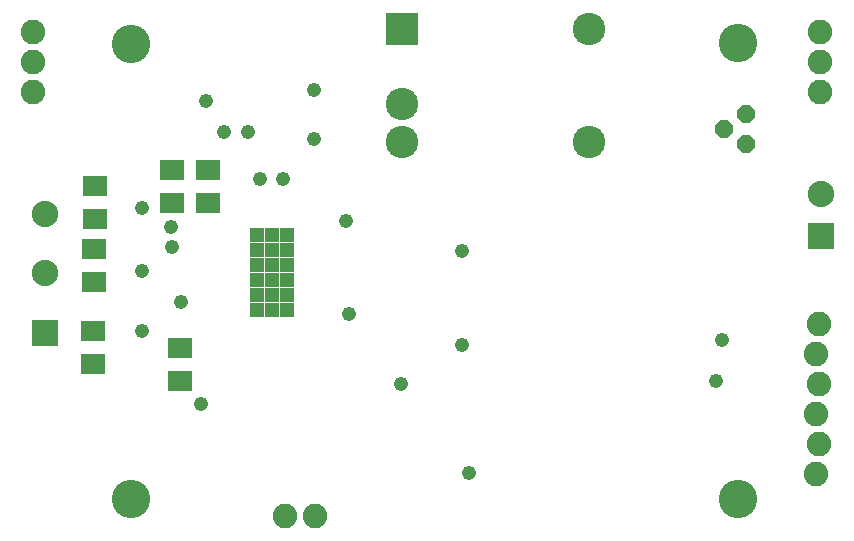
<source format=gbs>
G75*
G70*
%OFA0B0*%
%FSLAX24Y24*%
%IPPOS*%
%LPD*%
%AMOC8*
5,1,8,0,0,1.08239X$1,22.5*
%
%ADD10C,0.1080*%
%ADD11R,0.1080X0.1080*%
%ADD12R,0.0880X0.0880*%
%ADD13C,0.0880*%
%ADD14C,0.0820*%
%ADD15R,0.0477X0.0477*%
%ADD16OC8,0.0600*%
%ADD17R,0.0789X0.0710*%
%ADD18C,0.1280*%
%ADD19C,0.0476*%
D10*
X013801Y013964D03*
X013801Y015214D03*
X020051Y013964D03*
X020051Y017714D03*
D11*
X013801Y017714D03*
D12*
X027770Y010825D03*
X001896Y007600D03*
D13*
X001896Y009569D03*
X001896Y011537D03*
X027770Y012203D03*
D14*
X027726Y015632D03*
X027726Y016632D03*
X027726Y017632D03*
X027697Y007899D03*
X027597Y006899D03*
X027697Y005899D03*
X027597Y004899D03*
X027697Y003899D03*
X027597Y002899D03*
X010907Y001490D03*
X009907Y001490D03*
X001490Y015608D03*
X001490Y016608D03*
X001490Y017608D03*
D15*
X008970Y010850D03*
X008970Y010350D03*
X009470Y010350D03*
X009970Y010350D03*
X009970Y010850D03*
X009470Y010850D03*
X009470Y009850D03*
X009970Y009850D03*
X009970Y009350D03*
X009470Y009350D03*
X008970Y009350D03*
X008970Y008850D03*
X009470Y008850D03*
X009970Y008850D03*
X009970Y008350D03*
X009470Y008350D03*
X008970Y008350D03*
X008970Y009850D03*
D16*
X024520Y014380D03*
X025270Y014880D03*
X025270Y013880D03*
D17*
X007321Y013014D03*
X006120Y013021D03*
X006120Y011919D03*
X007321Y011911D03*
X003569Y011396D03*
X003549Y010372D03*
X003549Y009270D03*
X003510Y007644D03*
X003510Y006541D03*
X006403Y007084D03*
X006403Y005982D03*
X003569Y012498D03*
D18*
X004766Y002053D03*
X025002Y002053D03*
X025002Y017234D03*
X004766Y017210D03*
D19*
X007266Y015301D03*
X007876Y014277D03*
X008663Y014277D03*
X009057Y012703D03*
X009844Y012703D03*
X010868Y014061D03*
X010868Y015675D03*
X005120Y011758D03*
X006104Y011108D03*
X006144Y010459D03*
X005120Y009651D03*
X006419Y008608D03*
X005120Y007644D03*
X007088Y005222D03*
X012029Y008214D03*
X013781Y005872D03*
X015789Y007171D03*
X015789Y010321D03*
X011951Y011325D03*
X016025Y002919D03*
X024273Y005990D03*
X024470Y007348D03*
M02*

</source>
